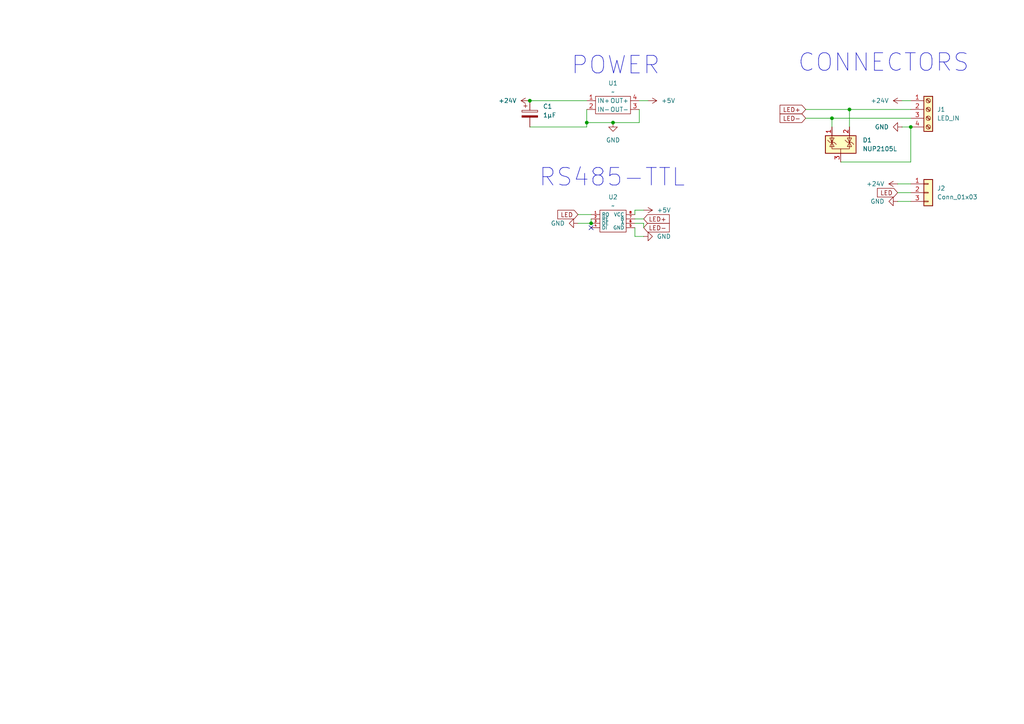
<source format=kicad_sch>
(kicad_sch (version 20231120) (generator "eeschema") (generator_version "8.0")
  (paper "A4")
  (lib_symbols
    (symbol "BuckConverters:LM2596_Adj"
      (property "Reference" "U" (at -3.048 3.556 0))
      (symbol "LM2596_Adj_0_1"
        (rectangle (start -5.08 2.54) (end 5.08 -2.54))
      )
      (symbol "LM2596_Adj_1_1"
        (pin input line (at -7.62 1.27 0) (length 2.54) (name "IN+") (number "1"))
        (pin input line (at -7.62 -1.27 0) (length 2.54) (name "IN-") (number "2"))
        (pin output line (at 7.62 -1.27 180) (length 2.54) (name "OUT-") (number "3"))
        (pin output line (at 7.62 1.27 180) (length 2.54) (name "OUT+") (number "4"))
      )
    )
    (symbol "Connector:Screw_Terminal_01x04" (pin_names (offset 1.016) hide)
      (property "Reference" "J" (at 0 5.08 0))
      (property "Value" "Screw_Terminal_01x04" (at 0 -7.62 0))
      (symbol "Screw_Terminal_01x04_1_1"
        (rectangle (start -1.27 3.81) (end 1.27 -6.35) (stroke (width 0.254)) (fill (type background)))
        (circle (center 0 -5.08) (radius 0.635) (stroke (width 0.1524)))
        (circle (center 0 -2.54) (radius 0.635) (stroke (width 0.1524)))
        (polyline (pts (xy -0.5334 -4.7498) (xy 0.3302 -5.588)) (stroke (width 0.1524)))
        (polyline (pts (xy -0.5334 -2.2098) (xy 0.3302 -3.048)) (stroke (width 0.1524)))
        (polyline (pts (xy -0.5334 0.3302) (xy 0.3302 -0.508)) (stroke (width 0.1524)))
        (polyline (pts (xy -0.5334 2.8702) (xy 0.3302 2.032)) (stroke (width 0.1524)))
        (polyline (pts (xy -0.3556 -4.572) (xy 0.508 -5.4102)) (stroke (width 0.1524)))
        (polyline (pts (xy -0.3556 -2.032) (xy 0.508 -2.8702)) (stroke (width 0.1524)))
        (polyline (pts (xy -0.3556 0.508) (xy 0.508 -0.3302)) (stroke (width 0.1524)))
        (polyline (pts (xy -0.3556 3.048) (xy 0.508 2.2098)) (stroke (width 0.1524)))
        (circle (center 0 0) (radius 0.635) (stroke (width 0.1524)))
        (circle (center 0 2.54) (radius 0.635) (stroke (width 0.1524)))
        (pin passive line (at -5.08 2.54 0) (length 3.81) (name "Pin_1") (number "1"))
        (pin passive line (at -5.08 0 0) (length 3.81) (name "Pin_2") (number "2"))
        (pin passive line (at -5.08 -2.54 0) (length 3.81) (name "Pin_3") (number "3"))
        (pin passive line (at -5.08 -5.08 0) (length 3.81) (name "Pin_4") (number "4"))
      )
    )
    (symbol "Connector_Generic:Conn_01x03" (pin_names (offset 1.016) hide)
      (property "Reference" "J" (at 0 5.08 0))
      (property "Value" "Conn_01x03" (at 0 -5.08 0))
      (symbol "Conn_01x03_1_1"
        (rectangle (start -1.27 -2.413) (end 0 -2.667) (stroke (width 0.1524)))
        (rectangle (start -1.27 0.127) (end 0 -0.127) (stroke (width 0.1524)))
        (rectangle (start -1.27 2.667) (end 0 2.413) (stroke (width 0.1524)))
        (rectangle (start -1.27 3.81) (end 1.27 -3.81) (stroke (width 0.254)) (fill (type background)))
        (pin passive line (at -5.08 2.54 0) (length 3.81) (name "Pin_1") (number "1"))
        (pin passive line (at -5.08 0 0) (length 3.81) (name "Pin_2") (number "2"))
        (pin passive line (at -5.08 -2.54 0) (length 3.81) (name "Pin_3") (number "3"))
      )
    )
    (symbol "Device:C_Polarized" (pin_numbers hide) (pin_names (offset 0.254))
      (property "Reference" "C" (at 0.635 2.54 0))
      (property "Value" "C_Polarized" (at 0.635 -2.54 0))
      (symbol "C_Polarized_0_1"
        (rectangle (start -2.286 0.508) (end 2.286 1.016))
        (polyline (pts (xy -1.778 2.286) (xy -0.762 2.286)))
        (polyline (pts (xy -1.27 2.794) (xy -1.27 1.778)))
        (rectangle (start 2.286 -0.508) (end -2.286 -1.016) (fill (type outline)))
      )
      (symbol "C_Polarized_1_1"
        (pin passive line (at 0 3.81 270) (length 2.794) (name "~") (number "1"))
        (pin passive line (at 0 -3.81 90) (length 2.794) (name "~") (number "2"))
      )
    )
    (symbol "Max485:Max485"
      (property "Reference" "U" (at -3.302 3.81 0))
      (symbol "Max485_0_1"
        (rectangle (start -3.81 2.54) (end 3.81 -3.81))
      )
      (symbol "Max485_1_1"
        (pin bidirectional line (at -6.35 1.27 0) (length 2.54) (name "RO") (number "1"))
        (pin bidirectional line (at -6.35 0 0) (length 2.54) (name "RE") (number "2"))
        (pin bidirectional line (at -6.35 -1.27 0) (length 2.54) (name "DE") (number "3"))
        (pin bidirectional line (at -6.35 -2.54 0) (length 2.54) (name "DI") (number "4"))
        (pin bidirectional line (at 6.35 -2.54 180) (length 2.54) (name "GND") (number "5"))
        (pin bidirectional line (at 6.35 -1.27 180) (length 2.54) (name "A") (number "6"))
        (pin bidirectional line (at 6.35 0 180) (length 2.54) (name "B") (number "7"))
        (pin bidirectional line (at 6.35 1.27 180) (length 2.54) (name "VCC") (number "8"))
      )
    )
    (symbol "Power_Protection:NUP2105L" (pin_names hide)
      (property "Reference" "D" (at 5.715 2.54 0))
      (property "Value" "NUP2105L" (at 5.715 0.635 0))
      (symbol "NUP2105L_0_0"
        (pin passive line (at 0 -5.08 90) (length 2.54) (name "A") (number "3"))
      )
      (symbol "NUP2105L_0_1"
        (rectangle (start -4.445 2.54) (end 4.445 -2.54) (stroke (width 0.254)) (fill (type background)))
        (polyline (pts (xy -2.54 2.54) (xy -2.54 0.635)))
        (polyline (pts (xy 0 -1.27) (xy 0 -2.54)))
        (polyline (pts (xy 2.54 2.54) (xy 2.54 0.635)))
        (polyline (pts (xy -3.81 1.27) (xy -3.175 0.635) (xy -1.905 0.635) (xy -1.27 0)))
        (polyline (pts (xy -2.54 0.635) (xy -2.54 -1.27) (xy 2.54 -1.27) (xy 2.54 0.635)))
        (polyline (pts (xy -2.54 0.635) (xy -1.905 -0.635) (xy -3.175 -0.635) (xy -2.54 0.635)))
        (polyline (pts (xy 2.54 0.635) (xy 1.905 -0.635) (xy 3.175 -0.635) (xy 2.54 0.635)))
        (polyline (pts (xy 2.54 0.635) (xy 3.175 1.905) (xy 1.905 1.905) (xy 2.54 0.635)))
        (polyline (pts (xy -2.54 0.635) (xy -3.175 1.905) (xy -1.905 1.905) (xy -2.54 0.635) (xy -2.54 1.27)))
        (polyline (pts (xy 1.27 1.27) (xy 1.905 0.635) (xy 2.54 0.635) (xy 3.175 0.635) (xy 3.81 0)))
      )
      (symbol "NUP2105L_1_1"
        (pin passive line (at -2.54 5.08 270) (length 2.54) (name "K") (number "1"))
        (pin passive line (at 2.54 5.08 270) (length 2.54) (name "K") (number "2"))
      )
    )
    (symbol "power:+24V" (power) (pin_numbers hide) (pin_names (offset 0) hide)
      (property "Value" "+24V" (at 0 3.556 0))
      (symbol "+24V_0_1"
        (polyline (pts (xy -0.762 1.27) (xy 0 2.54)))
        (polyline (pts (xy 0 0) (xy 0 2.54)))
        (polyline (pts (xy 0 2.54) (xy 0.762 1.27)))
      )
      (symbol "+24V_1_1"
        (pin power_in line (at 0 0 90) (length 0) (name "~") (number "1"))
      )
    )
    (symbol "power:+5V" (power) (pin_numbers hide) (pin_names (offset 0) hide)
      (property "Value" "+5V" (at 0 3.556 0))
      (symbol "+5V_0_1"
        (polyline (pts (xy -0.762 1.27) (xy 0 2.54)))
        (polyline (pts (xy 0 0) (xy 0 2.54)))
        (polyline (pts (xy 0 2.54) (xy 0.762 1.27)))
      )
      (symbol "+5V_1_1"
        (pin power_in line (at 0 0 90) (length 0) (name "~") (number "1"))
      )
    )
    (symbol "power:GND" (power) (pin_numbers hide) (pin_names (offset 0) hide)
      (property "Value" "GND" (at 0 -3.81 0))
      (symbol "GND_0_1"
        (polyline (pts (xy 0 0) (xy 0 -1.27) (xy 1.27 -1.27) (xy 0 -2.54) (xy -1.27 -1.27) (xy 0 -1.27)))
      )
      (symbol "GND_1_1"
        (pin power_in line (at 0 0 270) (length 0) (name "~") (number "1"))
      )
    )
  )
  (junction (at 246.38 31.75))
  (junction (at 170.18 35.56))
  (junction (at 264.16 36.83))
  (junction (at 177.8 35.56))
  (junction (at 241.3 34.29))
  (junction (at 153.67 29.21))
  (junction (at 171.45 64.77))
  (no_connect (at 171.45 66.04))
  (wire (pts (xy 264.16 36.83) (xy 264.16 46.99)))
  (wire (pts (xy 246.38 31.75) (xy 264.16 31.75)))
  (wire (pts (xy 170.18 35.56) (xy 170.18 31.75)))
  (wire (pts (xy 184.15 68.58) (xy 186.69 68.58)))
  (wire (pts (xy 233.68 34.29) (xy 241.3 34.29)))
  (wire (pts (xy 184.15 60.96) (xy 186.69 60.96)))
  (wire (pts (xy 261.62 29.21) (xy 264.16 29.21)))
  (wire (pts (xy 186.69 64.77) (xy 186.69 66.04)))
  (wire (pts (xy 260.35 55.88) (xy 264.16 55.88)))
  (wire (pts (xy 241.3 34.29) (xy 264.16 34.29)))
  (wire (pts (xy 264.16 46.99) (xy 243.84 46.99)))
  (wire (pts (xy 167.64 64.77) (xy 171.45 64.77)))
  (wire (pts (xy 260.35 53.34) (xy 264.16 53.34)))
  (wire (pts (xy 184.15 64.77) (xy 186.69 64.77)))
  (wire (pts (xy 246.38 31.75) (xy 246.38 36.83)))
  (wire (pts (xy 241.3 34.29) (xy 241.3 36.83)))
  (wire (pts (xy 184.15 63.5) (xy 186.69 63.5)))
  (wire (pts (xy 153.67 36.83) (xy 170.18 36.83)))
  (wire (pts (xy 184.15 66.04) (xy 184.15 68.58)))
  (wire (pts (xy 167.64 62.23) (xy 171.45 62.23)))
  (wire (pts (xy 171.45 63.5) (xy 171.45 64.77)))
  (wire (pts (xy 261.62 36.83) (xy 264.16 36.83)))
  (wire (pts (xy 185.42 29.21) (xy 187.96 29.21)))
  (wire (pts (xy 153.67 29.21) (xy 170.18 29.21)))
  (wire (pts (xy 184.15 62.23) (xy 184.15 60.96)))
  (wire (pts (xy 177.8 35.56) (xy 170.18 35.56)))
  (wire (pts (xy 170.18 36.83) (xy 170.18 35.56)))
  (wire (pts (xy 185.42 31.75) (xy 185.42 35.56)))
  (wire (pts (xy 185.42 35.56) (xy 177.8 35.56)))
  (wire (pts (xy 260.35 58.42) (xy 264.16 58.42)))
  (wire (pts (xy 233.68 31.75) (xy 246.38 31.75)))
  (text "CONNECTORS\n" (at 256.286 18.288 0) (effects (font (size 5.08 5.08))))
  (text "POWER\n" (at 178.562 19.05 0) (effects (font (size 5.08 5.08))))
  (text "RS485-TTL" (at 177.546 51.562 0) (effects (font (size 5.08 5.08))))
  (global_label "LED" (shape input) (at 167.64 62.23 180) (property "Intersheetrefs" "${INTERSHEET_REFS}" (effects (hide yes))))
  (global_label "LED+" (shape input) (at 186.69 63.5 0) (property "Intersheetrefs" "${INTERSHEET_REFS}" (effects (hide yes))))
  (global_label "LED-" (shape input) (at 233.68 34.29 180) (property "Intersheetrefs" "${INTERSHEET_REFS}" (effects (hide yes))))
  (global_label "LED" (shape input) (at 260.35 55.88 180) (property "Intersheetrefs" "${INTERSHEET_REFS}" (effects (hide yes))))
  (global_label "LED+" (shape input) (at 233.68 31.75 180) (property "Intersheetrefs" "${INTERSHEET_REFS}" (effects (hide yes))))
  (global_label "LED-" (shape input) (at 186.69 66.04 0) (property "Intersheetrefs" "${INTERSHEET_REFS}" (effects (hide yes))))
  (symbol (lib_id "power:+24V") (at 260.35 53.34 90) (unit 1)
    (property "Reference" "#PWR03" (effects (hide yes)))
    (property "Value" "+24V" (at 256.54 53.3399 90) (effects (justify left)))
    (property "Description" "Power symbol creates a global label with name \"+24V\"" (effects (hide yes)))
  )
  (symbol (lib_id "BuckConverters:LM2596_Adj") (at 177.8 30.48 0) (unit 1)
    (property "Reference" "U1" (at 177.8 24.13 0))
    (property "Value" "~" (at 177.8 26.67 0))
    (property "Footprint" "LM2596S-Buck-Module:LM2596S-Buck-Module" (effects (hide yes)))
  )
  (symbol (lib_id "power:+5V") (at 187.96 29.21 270) (unit 1)
    (property "Reference" "#PWR06" (effects (hide yes)))
    (property "Value" "+5V" (at 191.77 29.2099 90) (effects (justify left)))
    (property "Description" "Power symbol creates a global label with name \"+5V\"" (effects (hide yes)))
  )
  (symbol (lib_id "Power_Protection:NUP2105L") (at 243.84 41.91 0) (unit 1)
    (property "Reference" "D1" (at 250.19 40.6399 0) (effects (justify left)))
    (property "Value" "NUP2105L" (at 250.19 43.1799 0) (effects (justify left)))
    (property "Footprint" "Package_TO_SOT_SMD:SOT-23" (effects (hide yes)))
    (property "Datasheet" "https://www.onsemi.com/pub_link/Collateral/NUP2105L-D.PDF" (effects (hide yes)))
    (property "Description" "Dual Line CAN Bus Protector, 24Vrwm" (effects (hide yes)))
  )
  (symbol (lib_id "Connector:Screw_Terminal_01x04") (at 269.24 31.75 0) (unit 1)
    (property "Reference" "J1" (at 271.78 31.7499 0) (effects (justify left)))
    (property "Value" "LED_IN" (at 271.78 34.2899 0) (effects (justify left)))
    (property "Footprint" "TerminalBlock_MetzConnect:TerminalBlock_MetzConnect_Type011_RT05504HBWC_1x04_P5.00mm_Horizontal" (effects (hide yes)))
    (property "Description" "Generic screw terminal, single row, 01x04, script generated (kicad-library-utils/schlib/autogen/connector/)" (effects (hide yes)))
  )
  (symbol (lib_id "power:GND") (at 261.62 36.83 270) (unit 1)
    (property "Reference" "#PWR02" (effects (hide yes)))
    (property "Value" "GND" (at 257.81 36.8299 90) (effects (justify right)))
    (property "Description" "Power symbol creates a global label with name \"GND\" , ground" (effects (hide yes)))
  )
  (symbol (lib_id "power:GND") (at 167.64 64.77 270) (unit 1)
    (property "Reference" "#PWR010" (effects (hide yes)))
    (property "Value" "GND" (at 163.83 64.7699 90) (effects (justify right)))
    (property "Description" "Power symbol creates a global label with name \"GND\" , ground" (effects (hide yes)))
  )
  (symbol (lib_id "power:+24V") (at 153.67 29.21 90) (unit 1)
    (property "Reference" "#PWR05" (effects (hide yes)))
    (property "Value" "+24V" (at 149.86 29.2099 90) (effects (justify left)))
    (property "Description" "Power symbol creates a global label with name \"+24V\"" (effects (hide yes)))
  )
  (symbol (lib_id "Max485:Max485") (at 177.8 63.5 0) (unit 1)
    (property "Reference" "U2" (at 177.8 57.15 0))
    (property "Value" "~" (at 177.8 59.69 0))
    (property "Footprint" "Max485:Max485" (effects (hide yes)))
  )
  (symbol (lib_id "power:GND") (at 186.69 68.58 90) (unit 1)
    (property "Reference" "#PWR09" (effects (hide yes)))
    (property "Value" "GND" (at 190.5 68.5799 90) (effects (justify right)))
    (property "Description" "Power symbol creates a global label with name \"GND\" , ground" (effects (hide yes)))
  )
  (symbol (lib_id "power:+5V") (at 186.69 60.96 270) (unit 1)
    (property "Reference" "#PWR08" (effects (hide yes)))
    (property "Value" "+5V" (at 190.5 60.9599 90) (effects (justify left)))
    (property "Description" "Power symbol creates a global label with name \"+5V\"" (effects (hide yes)))
  )
  (symbol (lib_id "Device:C_Polarized") (at 153.67 33.02 0) (unit 1)
    (property "Reference" "C1" (at 157.48 30.8609 0) (effects (justify left)))
    (property "Value" "1μF" (at 157.48 33.4009 0) (effects (justify left)))
    (property "Footprint" "Capacitor_THT:CP_Radial_D4.0mm_P2.00mm" (effects (hide yes)))
    (property "Description" "Polarized capacitor" (effects (hide yes)))
  )
  (symbol (lib_id "Connector_Generic:Conn_01x03") (at 269.24 55.88 0) (unit 1)
    (property "Reference" "J2" (at 271.78 54.6099 0) (effects (justify left)))
    (property "Value" "Conn_01x03" (at 271.78 57.1499 0) (effects (justify left)))
    (property "Footprint" "Connector_JST:JST_EH_S3B-EH_1x03_P2.50mm_Horizontal" (effects (hide yes)))
    (property "Description" "Generic connector, single row, 01x03, script generated (kicad-library-utils/schlib/autogen/connector/)" (effects (hide yes)))
  )
  (symbol (lib_id "power:GND") (at 177.8 35.56 0) (unit 1)
    (property "Reference" "#PWR07" (effects (hide yes)))
    (property "Value" "GND" (at 177.8 40.64 0))
    (property "Description" "Power symbol creates a global label with name \"GND\" , ground" (effects (hide yes)))
  )
  (symbol (lib_id "power:+24V") (at 261.62 29.21 90) (unit 1)
    (property "Reference" "#PWR01" (effects (hide yes)))
    (property "Value" "+24V" (at 257.81 29.2099 90) (effects (justify left)))
    (property "Description" "Power symbol creates a global label with name \"+24V\"" (effects (hide yes)))
  )
  (symbol (lib_id "power:GND") (at 260.35 58.42 270) (unit 1)
    (property "Reference" "#PWR04" (effects (hide yes)))
    (property "Value" "GND" (at 256.54 58.4199 90) (effects (justify right)))
    (property "Description" "Power symbol creates a global label with name \"GND\" , ground" (effects (hide yes)))
  )
)
</source>
